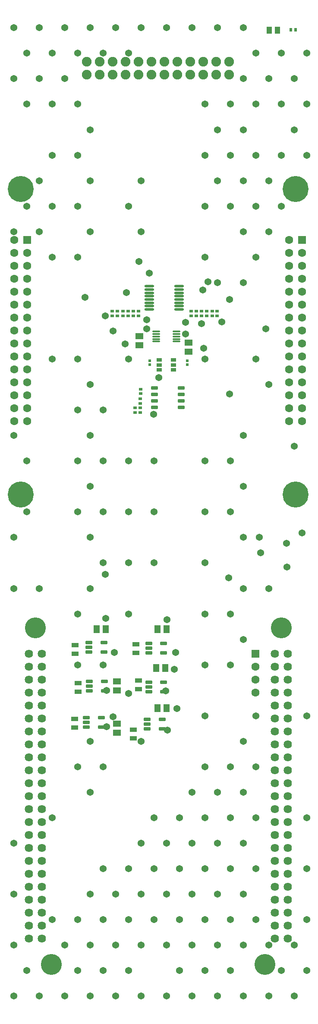
<source format=gbr>
G04 Layer_Color=8388736*
%FSLAX26Y26*%
%MOIN*%
%TF.FileFunction,Soldermask,Top*%
%TF.Part,Single*%
G01*
G75*
%TA.AperFunction,SMDPad,CuDef*%
%ADD53R,0.055181X0.037465*%
%ADD55O,0.076835X0.017779*%
%TA.AperFunction,ComponentPad*%
%ADD56R,0.063055X0.063055*%
%ADD57C,0.063055*%
%ADD58R,0.063055X0.063055*%
%ADD59C,0.074866*%
%TA.AperFunction,WasherPad*%
%ADD60C,0.200850*%
%TA.AperFunction,ComponentPad*%
%ADD61C,0.161480*%
%ADD62C,0.064000*%
%TA.AperFunction,ViaPad*%
%ADD63C,0.054000*%
%TA.AperFunction,SMDPad,CuDef*%
%ADD64R,0.025654X0.021716*%
G04:AMPARAMS|DCode=65|XSize=29.591mil|YSize=51.244mil|CornerRadius=3.919mil|HoleSize=0mil|Usage=FLASHONLY|Rotation=90.000|XOffset=0mil|YOffset=0mil|HoleType=Round|Shape=RoundedRectangle|*
%AMROUNDEDRECTD65*
21,1,0.029591,0.043406,0,0,90.0*
21,1,0.021752,0.051244,0,0,90.0*
1,1,0.007839,0.021703,0.010876*
1,1,0.007839,0.021703,-0.010876*
1,1,0.007839,-0.021703,-0.010876*
1,1,0.007839,-0.021703,0.010876*
%
%ADD65ROUNDEDRECTD65*%
%ADD66R,0.021716X0.025654*%
%ADD67R,0.061087X0.049276*%
%ADD68R,0.049276X0.061087*%
%ADD69R,0.041402X0.057150*%
G04:AMPARAMS|DCode=70|XSize=25.654mil|YSize=53.213mil|CornerRadius=3.949mil|HoleSize=0mil|Usage=FLASHONLY|Rotation=90.000|XOffset=0mil|YOffset=0mil|HoleType=Round|Shape=RoundedRectangle|*
%AMROUNDEDRECTD70*
21,1,0.025654,0.045315,0,0,90.0*
21,1,0.017756,0.053213,0,0,90.0*
1,1,0.007898,0.022657,0.008878*
1,1,0.007898,0.022657,-0.008878*
1,1,0.007898,-0.022657,-0.008878*
1,1,0.007898,-0.022657,0.008878*
%
%ADD70ROUNDEDRECTD70*%
%ADD71O,0.061087X0.013842*%
%ADD72R,0.043370X0.027622*%
%ADD73R,0.024472X0.024472*%
D53*
X0Y-4848465D02*
D03*
X0Y-4781535D02*
D03*
X-20000Y-4568465D02*
D03*
X-20000Y-4501535D02*
D03*
X-495000Y-5143465D02*
D03*
X-495000Y-5076535D02*
D03*
X-40000Y-5161535D02*
D03*
X-40000Y-5228465D02*
D03*
X-490000Y-4573465D02*
D03*
X-490000Y-4506535D02*
D03*
X-468622Y-4800158D02*
D03*
X-468622Y-4867086D02*
D03*
D55*
X82166Y-1735556D02*
D03*
X82166Y-1761146D02*
D03*
X82166Y-1786736D02*
D03*
X82166Y-1812326D02*
D03*
X82166Y-1837918D02*
D03*
X82166Y-1863508D02*
D03*
X82166Y-1889098D02*
D03*
X82166Y-1914688D02*
D03*
X312482Y-1735556D02*
D03*
X312482Y-1761146D02*
D03*
X312482Y-1786736D02*
D03*
X312482Y-1812326D02*
D03*
X312482Y-1837918D02*
D03*
X312482Y-1863508D02*
D03*
X312482Y-1889098D02*
D03*
X312482Y-1914688D02*
D03*
D56*
X901378Y-4573621D02*
D03*
D57*
X901378Y-4673621D02*
D03*
X901378Y-4773621D02*
D03*
X901378Y-4873621D02*
D03*
X-961811Y-2776618D02*
D03*
X-961811Y-2676618D02*
D03*
X-961811Y-2576618D02*
D03*
X-961811Y-2476618D02*
D03*
X-961811Y-2376618D02*
D03*
X-961811Y-2276618D02*
D03*
X-961811Y-2176618D02*
D03*
X-961811Y-2076618D02*
D03*
X-961811Y-1976618D02*
D03*
X-961811Y-1876618D02*
D03*
X-961811Y-1776618D02*
D03*
X-961811Y-1676618D02*
D03*
X-961811Y-1576618D02*
D03*
X-961811Y-1476618D02*
D03*
X-961811Y-1376618D02*
D03*
X-861811Y-2776618D02*
D03*
X-861811Y-2676618D02*
D03*
X-861811Y-2576618D02*
D03*
X-861811Y-2476618D02*
D03*
X-861811Y-2376618D02*
D03*
X-861811Y-2276618D02*
D03*
X-861811Y-2176618D02*
D03*
X-861811Y-2076618D02*
D03*
X-861811Y-1976618D02*
D03*
X-861811Y-1876618D02*
D03*
X-861811Y-1776618D02*
D03*
X-861811Y-1676618D02*
D03*
X-861811Y-1576618D02*
D03*
X-861811Y-1476618D02*
D03*
X1264173Y-1476618D02*
D03*
X1264173Y-1576618D02*
D03*
X1264173Y-1676618D02*
D03*
X1264173Y-1776618D02*
D03*
X1264173Y-1876618D02*
D03*
X1264173Y-1976618D02*
D03*
X1264173Y-2076618D02*
D03*
X1264173Y-2176618D02*
D03*
X1264173Y-2276618D02*
D03*
X1264173Y-2376618D02*
D03*
X1264173Y-2476618D02*
D03*
X1264173Y-2576618D02*
D03*
X1264173Y-2676618D02*
D03*
X1264173Y-2776618D02*
D03*
X1164173Y-1376618D02*
D03*
X1164173Y-1476618D02*
D03*
X1164173Y-1576618D02*
D03*
X1164173Y-1676618D02*
D03*
X1164173Y-1776618D02*
D03*
X1164173Y-1876618D02*
D03*
X1164173Y-1976618D02*
D03*
X1164173Y-2076618D02*
D03*
X1164173Y-2176618D02*
D03*
X1164173Y-2276618D02*
D03*
X1164173Y-2376618D02*
D03*
X1164173Y-2476618D02*
D03*
X1164173Y-2576618D02*
D03*
X1164173Y-2676618D02*
D03*
X1164173Y-2776618D02*
D03*
D58*
X-861811Y-1376618D02*
D03*
X1264173Y-1376618D02*
D03*
D59*
X600000Y-100000D02*
D03*
X600000Y0D02*
D03*
X500000Y0D02*
D03*
X400000Y0D02*
D03*
X300000Y0D02*
D03*
X200000Y0D02*
D03*
X100000Y0D02*
D03*
X0Y0D02*
D03*
X-100000Y0D02*
D03*
X-200000Y0D02*
D03*
X-300000Y0D02*
D03*
X-400000Y0D02*
D03*
X500000Y-100000D02*
D03*
X400000Y-100000D02*
D03*
X300000Y-100000D02*
D03*
X200000Y-100000D02*
D03*
X100000Y-100000D02*
D03*
X0Y-100000D02*
D03*
X-100000Y-100000D02*
D03*
X-200000Y-100000D02*
D03*
X-300000Y-100000D02*
D03*
X-400000Y-100000D02*
D03*
X700000Y0D02*
D03*
X700000Y-100000D02*
D03*
D60*
X-911810Y-982918D02*
D03*
X-911810Y-3345122D02*
D03*
X1214174Y-982918D02*
D03*
X1214174Y-3345122D02*
D03*
D61*
X-798622Y-4373622D02*
D03*
X1101378Y-4373622D02*
D03*
X976378Y-6973622D02*
D03*
X-673622Y-6973622D02*
D03*
D62*
X-748622Y-4573622D02*
D03*
X-748622Y-4673622D02*
D03*
X-748622Y-4773622D02*
D03*
X-748622Y-4873622D02*
D03*
X-748622Y-4973622D02*
D03*
X-748622Y-5073622D02*
D03*
X-748622Y-5173622D02*
D03*
X-748622Y-5273622D02*
D03*
X-748622Y-5373622D02*
D03*
X-748622Y-5473622D02*
D03*
X-748622Y-5573622D02*
D03*
X-748622Y-5673622D02*
D03*
X-748622Y-5773622D02*
D03*
X-748622Y-5873622D02*
D03*
X-748622Y-5973622D02*
D03*
X-748622Y-6073622D02*
D03*
X-748622Y-6173622D02*
D03*
X-748622Y-6273622D02*
D03*
X-748622Y-6373622D02*
D03*
X-748622Y-6473622D02*
D03*
X-748622Y-6573622D02*
D03*
X-748622Y-6673622D02*
D03*
X-748622Y-6773622D02*
D03*
X-848622Y-4673622D02*
D03*
X-848622Y-4773622D02*
D03*
X-848622Y-4873622D02*
D03*
X-848622Y-4973622D02*
D03*
X-848622Y-5073622D02*
D03*
X-848622Y-5173622D02*
D03*
X-848622Y-5273622D02*
D03*
X-848622Y-5373622D02*
D03*
X-848622Y-5473622D02*
D03*
X-848622Y-5573622D02*
D03*
X-848622Y-5673622D02*
D03*
X-848622Y-5773622D02*
D03*
X-848622Y-5873622D02*
D03*
X-848622Y-5973622D02*
D03*
X-848622Y-6073622D02*
D03*
X-848622Y-6173622D02*
D03*
X-848622Y-6273622D02*
D03*
X-848622Y-6373622D02*
D03*
X-848622Y-6473622D02*
D03*
X-848622Y-6573622D02*
D03*
X-848622Y-6673622D02*
D03*
X-848622Y-6773622D02*
D03*
X1051378Y-4573622D02*
D03*
X1151378Y-4573622D02*
D03*
X1151378Y-4673622D02*
D03*
X1151378Y-4773622D02*
D03*
X1151378Y-4873622D02*
D03*
X1151378Y-4973622D02*
D03*
X1151378Y-5073622D02*
D03*
X1151378Y-5173622D02*
D03*
X1151378Y-5273622D02*
D03*
X1151378Y-5373622D02*
D03*
X1151378Y-5473622D02*
D03*
X1151378Y-5573622D02*
D03*
X1151378Y-5673622D02*
D03*
X1151378Y-5773622D02*
D03*
X1151378Y-5873622D02*
D03*
X1151378Y-5973622D02*
D03*
X1151378Y-6073622D02*
D03*
X1151378Y-6173622D02*
D03*
X1151378Y-6273622D02*
D03*
X1151378Y-6373622D02*
D03*
X1151378Y-6473622D02*
D03*
X1151378Y-6573622D02*
D03*
X1151378Y-6673622D02*
D03*
X1151378Y-6773622D02*
D03*
X1051378Y-4673622D02*
D03*
X1051378Y-4773622D02*
D03*
X1051378Y-4873622D02*
D03*
X1051378Y-4973622D02*
D03*
X1051378Y-5073622D02*
D03*
X1051378Y-5173622D02*
D03*
X1051378Y-5273622D02*
D03*
X1051378Y-5373622D02*
D03*
X1051378Y-5473622D02*
D03*
X1051378Y-5573622D02*
D03*
X1051378Y-5673622D02*
D03*
X1051378Y-5773622D02*
D03*
X1051378Y-5873622D02*
D03*
X1051378Y-5973622D02*
D03*
X1051378Y-6073622D02*
D03*
X1051378Y-6173622D02*
D03*
X1051378Y-6273622D02*
D03*
X1051378Y-6373622D02*
D03*
X1051378Y-6473622D02*
D03*
X1051378Y-6573622D02*
D03*
X1051378Y-6673622D02*
D03*
X1051378Y-6773622D02*
D03*
X-848622Y-4573622D02*
D03*
D63*
X694324Y-3986122D02*
D03*
X-258352Y-3961122D02*
D03*
X1145000Y-3905000D02*
D03*
X361378Y-2103256D02*
D03*
X221378Y-5163622D02*
D03*
X277324Y-4693122D02*
D03*
X296324Y-4998122D02*
D03*
X-77676Y-4881122D02*
D03*
X-198676Y-5059122D02*
D03*
X-255676Y-4301122D02*
D03*
X218324Y-4311122D02*
D03*
X-248622Y-4858622D02*
D03*
X209450Y-4861024D02*
D03*
X-248622Y-5138622D02*
D03*
X-188622Y-4563622D02*
D03*
X286378Y-4563622D02*
D03*
X497324Y-1765122D02*
D03*
X537324Y-1700122D02*
D03*
X82324Y-1635122D02*
D03*
X642324Y-2010122D02*
D03*
X-92676Y-1785122D02*
D03*
X2324Y-1545122D02*
D03*
X62324Y-1995122D02*
D03*
X-257676Y-1965122D02*
D03*
X502324Y-2215122D02*
D03*
X487324Y-2025122D02*
D03*
X117324Y-2725122D02*
D03*
X1142324Y-3720122D02*
D03*
X-197676Y-2080122D02*
D03*
X1202324Y-2970122D02*
D03*
X-102676Y-2180122D02*
D03*
X157324Y-2440122D02*
D03*
X704118Y-1837918D02*
D03*
X702324Y-2568122D02*
D03*
X941378Y-3793622D02*
D03*
X361378Y-2013622D02*
D03*
X61378Y-2063622D02*
D03*
X-414354Y-1820224D02*
D03*
X981378Y-2063622D02*
D03*
X931378Y-3673622D02*
D03*
X1264174Y-3641574D02*
D03*
X-964030Y-7218735D02*
D03*
X-865605Y-7021885D02*
D03*
X-964030Y-6825034D02*
D03*
X-964030Y-6431334D02*
D03*
X-964030Y-6037633D02*
D03*
X-964030Y-4069129D02*
D03*
X-964030Y-3675428D02*
D03*
X-865605Y-3478578D02*
D03*
X-865605Y-3084877D02*
D03*
X-964030Y-2888026D02*
D03*
X-964030Y-1313223D02*
D03*
X-865605Y-1116373D02*
D03*
X-865605Y-328971D02*
D03*
X-964030Y-132121D02*
D03*
X-865605Y64730D02*
D03*
X-964030Y261580D02*
D03*
X-767180Y-7218735D02*
D03*
X-668754Y-6628184D02*
D03*
X-668754Y-5840782D02*
D03*
X-767180Y-4069129D02*
D03*
X-668754Y-2297475D02*
D03*
X-668754Y-1510074D02*
D03*
X-767180Y-1313223D02*
D03*
X-668754Y-1116373D02*
D03*
X-767180Y-919522D02*
D03*
X-668754Y-722672D02*
D03*
X-668754Y-328971D02*
D03*
X-767180Y-132121D02*
D03*
X-668754Y64730D02*
D03*
X-767180Y261580D02*
D03*
X-570329Y-7218735D02*
D03*
X-471904Y-7021885D02*
D03*
X-570329Y-6825034D02*
D03*
X-471904Y-6628184D02*
D03*
X-471904Y-5447082D02*
D03*
X-471904Y-4659680D02*
D03*
X-471904Y-4265979D02*
D03*
X-471904Y-3478578D02*
D03*
X-471904Y-3084877D02*
D03*
X-471904Y-2691176D02*
D03*
X-471904Y-2297475D02*
D03*
X-471904Y-1510074D02*
D03*
X-471904Y-1116373D02*
D03*
X-471904Y-722672D02*
D03*
X-471904Y-328971D02*
D03*
X-570329Y-132121D02*
D03*
X-471904Y64730D02*
D03*
X-570329Y261580D02*
D03*
X-373479Y-7218735D02*
D03*
X-275054Y-7021885D02*
D03*
X-373479Y-6825034D02*
D03*
X-275054Y-6628184D02*
D03*
X-373479Y-6431334D02*
D03*
X-275054Y-6234483D02*
D03*
X-373479Y-5643932D02*
D03*
X-275054Y-5447082D02*
D03*
X-373479Y-5250231D02*
D03*
X-275054Y-4659680D02*
D03*
X-373479Y-4069129D02*
D03*
X-275054Y-3872278D02*
D03*
X-373479Y-3675428D02*
D03*
X-275054Y-3478578D02*
D03*
X-373479Y-3281727D02*
D03*
X-275054Y-3084877D02*
D03*
X-373479Y-2888026D02*
D03*
X-275054Y-2691176D02*
D03*
X-373479Y-2494326D02*
D03*
X-373479Y-1313223D02*
D03*
X-373479Y-919522D02*
D03*
X-373479Y-525822D02*
D03*
X-275054Y64730D02*
D03*
X-373479Y261580D02*
D03*
X-176628Y-7218735D02*
D03*
X-78203Y-7021885D02*
D03*
X-176628Y-6825034D02*
D03*
X-78203Y-6628184D02*
D03*
X-176628Y-6431334D02*
D03*
X-78203Y-6234483D02*
D03*
X-78203Y-4265979D02*
D03*
X-78203Y-3872278D02*
D03*
X-78203Y-3478578D02*
D03*
X-78203Y-3084877D02*
D03*
X-78203Y-2297475D02*
D03*
X-78203Y-1116373D02*
D03*
X-78203Y64730D02*
D03*
X-176628Y261580D02*
D03*
X20222Y-7218735D02*
D03*
X20222Y-6825034D02*
D03*
X118647Y-6628184D02*
D03*
X20222Y-6431334D02*
D03*
X118647Y-6234483D02*
D03*
X20222Y-6037633D02*
D03*
X118647Y-5840782D02*
D03*
X20222Y-5250231D02*
D03*
X118647Y-3872278D02*
D03*
X118647Y-3478578D02*
D03*
X118647Y-3084877D02*
D03*
X20222Y-1313223D02*
D03*
X20222Y-919522D02*
D03*
X20222Y261580D02*
D03*
X217072Y-7218735D02*
D03*
X315498Y-7021885D02*
D03*
X217072Y-6825034D02*
D03*
X315498Y-6628184D02*
D03*
X217072Y-6431334D02*
D03*
X315498Y-6234483D02*
D03*
X217072Y-6037633D02*
D03*
X315498Y-5840782D02*
D03*
X217072Y261580D02*
D03*
X413923Y-7218735D02*
D03*
X512348Y-7021885D02*
D03*
X413923Y-6825034D02*
D03*
X512348Y-6628184D02*
D03*
X413923Y-6431334D02*
D03*
X512348Y-6234483D02*
D03*
X413923Y-6037633D02*
D03*
X512348Y-5840782D02*
D03*
X413923Y-5643932D02*
D03*
X512348Y-5447082D02*
D03*
X512348Y-5053381D02*
D03*
X512348Y-4659680D02*
D03*
X512348Y-4265979D02*
D03*
X512348Y-3872278D02*
D03*
X512348Y-3478578D02*
D03*
X512348Y-3084877D02*
D03*
X512348Y-2297475D02*
D03*
X512348Y-1510074D02*
D03*
X512348Y-1116373D02*
D03*
X512348Y-722672D02*
D03*
X512348Y-328971D02*
D03*
X413923Y261580D02*
D03*
X610773Y-7218735D02*
D03*
X709198Y-7021885D02*
D03*
X610773Y-6825034D02*
D03*
X709198Y-6628184D02*
D03*
X610773Y-6431334D02*
D03*
X709198Y-6234483D02*
D03*
X610773Y-6037633D02*
D03*
X709198Y-5840782D02*
D03*
X610773Y-5643932D02*
D03*
X709198Y-5447082D02*
D03*
X709198Y-4659680D02*
D03*
X709198Y-4265979D02*
D03*
X709198Y-3478578D02*
D03*
X709198Y-3084877D02*
D03*
X610773Y-1706924D02*
D03*
X709198Y-1116373D02*
D03*
X610773Y-919522D02*
D03*
X709198Y-722672D02*
D03*
X610773Y-525822D02*
D03*
X709198Y-328971D02*
D03*
X610773Y261580D02*
D03*
X807624Y-7218735D02*
D03*
X807624Y-6825034D02*
D03*
X906049Y-6628184D02*
D03*
X807624Y-6431334D02*
D03*
X906049Y-6234483D02*
D03*
X807624Y-6037633D02*
D03*
X906049Y-5840782D02*
D03*
X807624Y-5643932D02*
D03*
X906049Y-5447082D02*
D03*
X807624Y-5250231D02*
D03*
X906049Y-5053381D02*
D03*
X807624Y-4462830D02*
D03*
X807624Y-4069129D02*
D03*
X807624Y-3675428D02*
D03*
X807624Y-3281727D02*
D03*
X807624Y-2888026D02*
D03*
X906049Y-2297475D02*
D03*
X807624Y-1706924D02*
D03*
X906049Y-1510074D02*
D03*
X807624Y-1313223D02*
D03*
X906049Y-1116373D02*
D03*
X807624Y-919522D02*
D03*
X906049Y-722672D02*
D03*
X807624Y-525822D02*
D03*
X906049Y-328971D02*
D03*
X807624Y-132121D02*
D03*
X906049Y64730D02*
D03*
X807624Y261580D02*
D03*
X1004474Y-7218735D02*
D03*
X1102899Y-7021885D02*
D03*
X1004474Y-6825034D02*
D03*
X1004474Y-4069129D02*
D03*
X1004474Y-2494326D02*
D03*
X1004474Y-1313223D02*
D03*
X1102899Y-1116373D02*
D03*
X1004474Y-919522D02*
D03*
X1102899Y-722672D02*
D03*
X1102899Y-328971D02*
D03*
X1004474Y-132121D02*
D03*
X1102899Y64730D02*
D03*
X1201324Y-7218735D02*
D03*
X1299750Y-7021885D02*
D03*
X1201324Y-6825034D02*
D03*
X1299750Y-6628184D02*
D03*
X1299750Y-6234483D02*
D03*
X1299750Y-5840782D02*
D03*
X1299750Y-5053381D02*
D03*
X1299750Y-722672D02*
D03*
X1201324Y-525822D02*
D03*
X1299750Y-328971D02*
D03*
X1201324Y-132121D02*
D03*
X1299750Y64730D02*
D03*
D64*
X525000Y-1962716D02*
D03*
X525000Y-1927283D02*
D03*
X485000Y-1927284D02*
D03*
X485000Y-1962717D02*
D03*
X-80000Y-1962716D02*
D03*
X-80000Y-1927283D02*
D03*
X-120000Y-1927284D02*
D03*
X-120000Y-1962717D02*
D03*
X-162676Y-1962716D02*
D03*
X-162676Y-1927283D02*
D03*
X15000Y-2529202D02*
D03*
X15000Y-2564635D02*
D03*
X-40000Y-1962716D02*
D03*
X-40000Y-1927283D02*
D03*
X0Y-1927284D02*
D03*
X0Y-1962717D02*
D03*
X445434Y-1962716D02*
D03*
X445434Y-1927283D02*
D03*
X570000Y-1962716D02*
D03*
X570000Y-1927283D02*
D03*
X607324Y-1962838D02*
D03*
X607324Y-1927406D02*
D03*
X407324Y-1962838D02*
D03*
X407324Y-1927406D02*
D03*
X14196Y-2640658D02*
D03*
X14196Y-2605224D02*
D03*
X-25804Y-2710658D02*
D03*
X-25804Y-2675224D02*
D03*
X14196Y-2675224D02*
D03*
X14196Y-2710658D02*
D03*
X-203819Y-1962716D02*
D03*
X-203819Y-1927284D02*
D03*
D65*
X-286929Y-5067598D02*
D03*
X-286929Y-5142401D02*
D03*
X-403071Y-5142401D02*
D03*
X-403071Y-5105000D02*
D03*
X-403071Y-5067598D02*
D03*
X194017Y-4792598D02*
D03*
X194017Y-4867401D02*
D03*
X77875Y-4867401D02*
D03*
X77875Y-4830000D02*
D03*
X77875Y-4792598D02*
D03*
X182049Y-5080315D02*
D03*
X182049Y-5155118D02*
D03*
X65907Y-5155118D02*
D03*
X65907Y-5117717D02*
D03*
X65907Y-5080315D02*
D03*
X-266929Y-4486220D02*
D03*
X-266929Y-4561024D02*
D03*
X-383071Y-4561024D02*
D03*
X-383071Y-4523622D02*
D03*
X-383071Y-4486220D02*
D03*
X-381692Y-4786220D02*
D03*
X-381692Y-4823622D02*
D03*
X-381692Y-4861024D02*
D03*
X-265550Y-4861024D02*
D03*
X-265550Y-4786220D02*
D03*
X77875Y-4492598D02*
D03*
X77875Y-4530000D02*
D03*
X77875Y-4567402D02*
D03*
X194017Y-4567402D02*
D03*
X194017Y-4492598D02*
D03*
D66*
X1211024Y245276D02*
D03*
X1175591Y245276D02*
D03*
D67*
X-168622Y-4788188D02*
D03*
X-168622Y-4859054D02*
D03*
X-168622Y-5114567D02*
D03*
X-168622Y-5185433D02*
D03*
X7324Y-2190556D02*
D03*
X7324Y-2119688D02*
D03*
X387324Y-2240556D02*
D03*
X387324Y-2169688D02*
D03*
D68*
X-253188Y-4383622D02*
D03*
X-324054Y-4383622D02*
D03*
X216812Y-4993622D02*
D03*
X145946Y-4993622D02*
D03*
X206812Y-4683622D02*
D03*
X135946Y-4683622D02*
D03*
X216812Y-4383622D02*
D03*
X145946Y-4383622D02*
D03*
D69*
X1072600Y243386D02*
D03*
X1009608Y243386D02*
D03*
D70*
X123978Y-2520122D02*
D03*
X123978Y-2570122D02*
D03*
X123978Y-2620122D02*
D03*
X123978Y-2670122D02*
D03*
X330670Y-2520122D02*
D03*
X330670Y-2570122D02*
D03*
X330670Y-2620122D02*
D03*
X330670Y-2670122D02*
D03*
D71*
X134472Y-2083570D02*
D03*
X134472Y-2103256D02*
D03*
X134472Y-2122940D02*
D03*
X134472Y-2142626D02*
D03*
X134472Y-2162310D02*
D03*
X293922Y-2083570D02*
D03*
X293922Y-2103256D02*
D03*
X293922Y-2122940D02*
D03*
X293922Y-2142626D02*
D03*
X293922Y-2162310D02*
D03*
D72*
X268330Y-2305538D02*
D03*
X268330Y-2342940D02*
D03*
X268330Y-2380342D02*
D03*
X160062Y-2380342D02*
D03*
X160062Y-2342940D02*
D03*
X160062Y-2305538D02*
D03*
D73*
X377324Y-2340870D02*
D03*
X377324Y-2309374D02*
D03*
X87324Y-2340870D02*
D03*
X87324Y-2309374D02*
D03*
%TF.MD5,d104e62e3a5876e9cc60edb0c683fa5f*%
M02*

</source>
